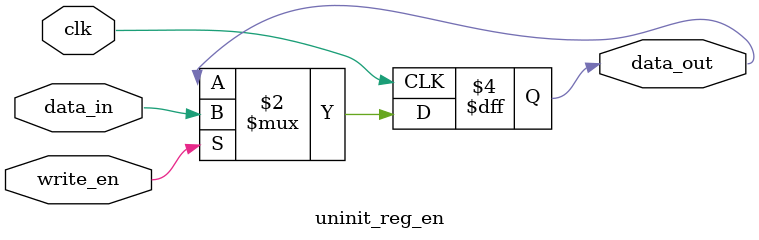
<source format=v>

module uninit_reg_en (
    input  wire        clk,
    input  wire        data_in,
    input  wire        write_en,
    output reg         data_out
);

always @(posedge clk) begin
    if (write_en) begin
        data_out <= data_in;
    end
end

endmodule
</source>
